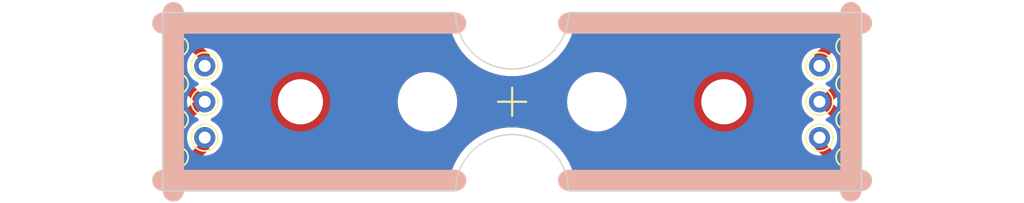
<source format=kicad_pcb>
(kicad_pcb (version 20211014) (generator pcbnew)
  (layers (0 "F.Cu" signal) (31 "B.Cu" signal) (34 "B.Paste" user) (35 "F.Paste" user) (36 "B.SilkS" user "B.Silkscreen") (37 "F.SilkS" user "F.Silkscreen") (38 "B.Mask" user) (39 "F.Mask" user) (44 "Edge.Cuts" user))
  (net 0 "")
  (footprint "TestPoint:TestPoint_Pad_D1.0mm" (layer "F.Cu") (at 148.4 110.24)
    (fp_text reference "REF**" hide)
    (fp_text value "TestPoint_Pad_D1.0mm")
    (fp_circle (center 0 0) (end 0 0.7) (layer "F.SilkS") (width 0.12) (fill none))
    (pad "1" smd circle (at 0 0) (size 1 1) (layers "F.Cu" "F.Mask"))
  )
  (footprint "TestPoint:TestPoint_THTPad_D1.5mm_Drill0.7mm" (layer "F.Cu") (at 102.975 106.32)
    (fp_text reference "REF**" hide)
    (fp_text value "TestPoint_THTPad_D1.5mm_Drill0.7mm")
    (fp_circle (center 0 0) (end 0 0.95) (layer "F.SilkS") (width 0.12) (fill none))
    (pad "1" thru_hole circle (at 0 0) (size 1.5 1.5) (drill 0.85) (layers *.Cu *.Mask))
  )
  (footprint "MountingHoleConnector:MountingHole_3.2mm_M3_10mmx10mm_Pad" (layer "F.Cu") (at 139.75 106.32)
    (fp_text reference "REF**" hide)
    (fp_text value "MountingHole_3.2mm_M3_ISO7380_Pad")
    (pad "" np_thru_hole roundrect (at 0 0) (size 9.75 9.75) (drill 3.2) (layers "F.Cu" "F.Mask"))
  )
  (footprint "TestPoint:TestPoint_Pad_D1.0mm" (layer "F.Cu") (at 148.4 102.4)
    (fp_text reference "REF**" hide)
    (fp_text value "TestPoint_Pad_D1.0mm")
    (fp_circle (center 0 0) (end 0 0.7) (layer "F.SilkS") (width 0.12) (fill none))
    (pad "1" smd circle (at 0 0) (size 1 1) (layers "F.Cu" "F.Mask"))
  )
  (footprint "TestPoint:TestPoint_Pad_D1.0mm" (layer "F.Cu") (at 148.4 107.59)
    (fp_text reference "REF**" hide)
    (fp_text value "TestPoint_Pad_D1.0mm")
    (fp_circle (center 0 0) (end 0 0.7) (layer "F.SilkS") (width 0.12) (fill none))
    (pad "1" smd circle (at 0 0) (size 1 1) (layers "F.Cu" "F.Mask"))
  )
  (footprint "TestPoint:TestPoint_Pad_D1.0mm" (layer "F.Cu") (at 101.1 110.24)
    (fp_text reference "REF**" hide)
    (fp_text value "TestPoint_Pad_D1.0mm")
    (fp_circle (center 0 0) (end 0 0.7) (layer "F.SilkS") (width 0.12) (fill none))
    (pad "1" smd circle (at 0 0) (size 1 1) (layers "F.Cu" "F.Mask"))
  )
  (footprint "TestPoint:TestPoint_THTPad_D1.5mm_Drill0.7mm" (layer "F.Cu") (at 102.975 103.78)
    (fp_text reference "REF**" hide)
    (fp_text value "TestPoint_THTPad_D1.5mm_Drill0.7mm")
    (fp_circle (center 0 0) (end 0 0.95) (layer "F.SilkS") (width 0.12) (fill none))
    (pad "1" thru_hole circle (at 0 0) (size 1.5 1.5) (drill 0.85) (layers *.Cu *.Mask))
  )
  (footprint "TestPoint:TestPoint_Pad_D1.0mm" (layer "F.Cu") (at 101.1 102.4)
    (fp_text reference "REF**" hide)
    (fp_text value "TestPoint_Pad_D1.0mm")
    (fp_circle (center 0 0) (end 0 0.7) (layer "F.SilkS") (width 0.12) (fill none))
    (pad "1" smd circle (at 0 0) (size 1 1) (layers "F.Cu" "F.Mask"))
  )
  (footprint "MountingHole:MountingHole_3.2mm_M3" (layer "F.Cu") (at 130.75 106.32)
    (fp_text reference "REF**" hide)
    (fp_text value "MountingHole_3.2mm_M3")
    (pad "" np_thru_hole circle (at 0 0) (size 3.2 3.2) (drill 3.2) (layers *.Cu *.Mask))
  )
  (footprint "TestPoint:TestPoint_THTPad_D1.5mm_Drill0.7mm" (layer "F.Cu") (at 146.525 103.78)
    (fp_text reference "REF**" hide)
    (fp_text value "TestPoint_THTPad_D1.5mm_Drill0.7mm")
    (fp_circle (center 0 0) (end 0 0.95) (layer "F.SilkS") (width 0.12) (fill none))
    (pad "1" thru_hole circle (at 0 0) (size 1.5 1.5) (drill 0.85) (layers *.Cu *.Mask))
  )
  (footprint "TestPoint:TestPoint_Pad_D1.0mm" (layer "F.Cu") (at 101.1 107.59)
    (fp_text reference "REF**" hide)
    (fp_text value "TestPoint_Pad_D1.0mm")
    (fp_circle (center 0 0) (end 0 0.7) (layer "F.SilkS") (width 0.12) (fill none))
    (pad "1" smd circle (at 0 0) (size 1 1) (layers "F.Cu" "F.Mask"))
  )
  (footprint "MountingHole:MountingHole_3.2mm_M3" (layer "F.Cu") (at 118.75 106.32)
    (fp_text reference "REF**" hide)
    (fp_text value "MountingHole_3.2mm_M3")
    (pad "" np_thru_hole circle (at 0 0) (size 3.2 3.2) (drill 3.2) (layers *.Cu *.Mask))
  )
  (footprint "TestPoint:TestPoint_THTPad_D1.5mm_Drill0.7mm" (layer "F.Cu") (at 102.975 108.86)
    (fp_text reference "REF**" hide)
    (fp_text value "TestPoint_THTPad_D1.5mm_Drill0.7mm")
    (fp_circle (center 0 0) (end 0 0.95) (layer "F.SilkS") (width 0.12) (fill none))
    (pad "1" thru_hole circle (at 0 0) (size 1.5 1.5) (drill 0.85) (layers *.Cu *.Mask))
  )
  (footprint "TestPoint:TestPoint_Pad_D1.0mm" (layer "F.Cu") (at 148.4 105.05)
    (fp_text reference "REF**" hide)
    (fp_text value "TestPoint_Pad_D1.0mm")
    (fp_circle (center 0 0) (end 0 0.7) (layer "F.SilkS") (width 0.12) (fill none))
    (pad "1" smd circle (at 0 0) (size 1 1) (layers "F.Cu" "F.Mask"))
  )
  (footprint "TestPoint:TestPoint_Pad_D1.0mm" (layer "F.Cu") (at 101.1 105.05)
    (fp_text reference "REF**" hide)
    (fp_text value "TestPoint_Pad_D1.0mm")
    (fp_circle (center 0 0) (end 0 0.7) (layer "F.SilkS") (width 0.12) (fill none))
    (pad "1" smd circle (at 0 0) (size 1 1) (layers "F.Cu" "F.Mask"))
  )
  (footprint "TestPoint:TestPoint_THTPad_D1.5mm_Drill0.7mm" (layer "F.Cu") (at 146.525 108.86)
    (fp_text reference "REF**" hide)
    (fp_text value "TestPoint_THTPad_D1.5mm_Drill0.7mm")
    (fp_circle (center 0 0) (end 0 0.95) (layer "F.SilkS") (width 0.12) (fill none))
    (pad "1" thru_hole circle (at 0 0) (size 1.5 1.5) (drill 0.85) (layers *.Cu *.Mask))
  )
  (footprint "MountingHoleConnector:MountingHole_3.2mm_M3_10mmx10mm_Pad" (layer "F.Cu") (at 109.75 106.32)
    (fp_text reference "REF**" hide)
    (fp_text value "MountingHole_3.2mm_M3_ISO7380_Pad")
    (pad "" np_thru_hole roundrect (at 0 0) (size 9.75 9.75) (drill 3.2) (layers "F.Cu" "F.Mask"))
  )
  (footprint "TestPoint:TestPoint_THTPad_D1.5mm_Drill0.7mm" (layer "F.Cu") (at 146.525 106.32)
    (fp_text reference "REF**" hide)
    (fp_text value "TestPoint_THTPad_D1.5mm_Drill0.7mm")
    (fp_circle (center 0 0) (end 0 0.95) (layer "F.SilkS") (width 0.12) (fill none))
    (pad "1" thru_hole circle (at 0 0) (size 1.5 1.5) (drill 0.85) (layers *.Cu *.Mask))
  )
  (gr_line (start 100 111.89) (end 120.75 111.89) (layer "B.SilkS") (width 1.5))
  (gr_line (start 128.75 100.75) (end 149.5 100.75) (layer "B.SilkS") (width 1.5))
  (gr_line (start 148.75 112.64) (end 148.75 100) (layer "B.SilkS") (width 1.5))
  (gr_line (start 100.75 112.64) (end 100.75 100) (layer "B.SilkS") (width 1.5))
  (gr_line (start 100 100.75) (end 120.75 100.75) (layer "B.SilkS") (width 1.5))
  (gr_line (start 128.75 111.89) (end 149.5 111.89) (layer "B.SilkS") (width 1.5))
  (gr_line (start 139.75 111.84) (end 139.75 112.44) (layer "F.SilkS") (width 0.15))
  (gr_line (start 100 111.32) (end 120.75 111.32) (layer "F.SilkS") (width 0.15))
  (gr_line (start 109.75 100.2) (end 109.75 100.8) (layer "F.SilkS") (width 0.15))
  (gr_line (start 123.75 106.32) (end 125.75 106.32) (layer "F.SilkS") (width 0.15))
  (gr_line (start 124.75 105.32) (end 124.75 107.32) (layer "F.SilkS") (width 0.15))
  (gr_line (start 139.75 100.2) (end 139.75 100.8) (layer "F.SilkS") (width 0.15))
  (gr_line (start 109.75 111.84) (end 109.75 112.44) (layer "F.SilkS") (width 0.15))
  (gr_line (start 100 101.32) (end 120.75 101.32) (layer "F.SilkS") (width 0.15))
  (gr_line (start 128.75 101.32) (end 149.5 101.32) (layer "F.SilkS") (width 0.15))
  (gr_line (start 128.75 111.32) (end 149.5 111.32) (layer "F.SilkS") (width 0.15))
  (gr_arc (start 128.75 100) (mid 124.75 104) (end 120.75 100) (layer "Edge.Cuts") (width 0.1))
  (gr_line (start 128.75 100) (end 149.5 100) (layer "Edge.Cuts") (width 0.1))
  (gr_line (start 100 100) (end 120.75 100) (layer "Edge.Cuts") (width 0.1))
  (gr_line (start 100 112.64) (end 120.75 112.64) (layer "Edge.Cuts") (width 0.1))
  (gr_line (start 128.75 112.64) (end 149.5 112.64) (layer "Edge.Cuts") (width 0.1))
  (gr_line (start 149.5 100) (end 149.5 112.64) (layer "Edge.Cuts") (width 0.1))
  (gr_arc (start 120.75 112.64) (mid 124.75 108.64) (end 128.75 112.64) (layer "Edge.Cuts") (width 0.1))
  (gr_line (start 100 100) (end 100 112.64) (layer "Edge.Cuts") (width 0.1))
  (segment (start 101.1 107.59) (end 101.4515 107.59) (width 0.75) (layer "F.Cu") (net 0))
  (segment (start 146.558 106.2736) (end 146.9136 106.2736) (width 0.75) (layer "F.Cu") (net 0))
  (segment (start 101.4515 107.59) (end 102.7215 106.32) (width 0.75) (layer "F.Cu") (net 0))
  (segment (start 147.282 102.4) (end 148.3868 102.4) (width 0.75) (layer "F.Cu") (net 0))
  (segment (start 101.2444 110.236) (end 102.2096 110.236) (width 0.75) (layer "F.Cu") (net 0))
  (segment (start 148.3868 102.4) (end 148.4 102.4) (width 0.2) (layer "F.Cu") (net 0))
  (segment (start 102.9208 109.5248) (end 102.9208 108.8136) (width 0.75) (layer "F.Cu") (net 0))
  (segment (start 146.525 103.157) (end 147.282 102.4) (width 0.75) (layer "F.Cu") (net 0))
  (segment (start 102.2476 102.4) (end 102.975 103.1274) (width 0.75) (layer "F.Cu") (net 0))
  (segment (start 146.525 106.32) (end 146.8076 106.32) (width 0.75) (layer "F.Cu") (net 0))
  (segment (start 101.1936 102.4) (end 102.2476 102.4) (width 0.75) (layer "F.Cu") (net 0))
  (segment (start 102.2096 110.236) (end 102.9208 109.5248) (width 0.75) (layer "F.Cu") (net 0))
  (segment (start 146.8076 106.32) (end 148.0776 107.59) (width 0.75) (layer "F.Cu") (net 0))
  (segment (start 102.975 103.1274) (end 102.975 103.78) (width 0.75) (layer "F.Cu") (net 0))
  (segment (start 146.9136 106.2736) (end 148.1372 105.05) (width 0.75) (layer "F.Cu") (net 0))
  (segment (start 101.494 105.05) (end 102.764 106.32) (width 0.75) (layer "F.Cu") (net 0))
  (segment (start 146.525 103.78) (end 146.525 103.157) (width 0.75) (layer "F.Cu") (net 0))
  (segment (start 146.525 109.3902) (end 147.3748 110.24) (width 0.75) (layer "F.Cu") (net 0))
  (segment (start 148.336 107.59) (end 148.4 107.59) (width 0.2) (layer "F.Cu") (net 0))
  (segment (start 148.1372 105.05) (end 148.4 105.05) (width 0.2) (layer "F.Cu") (net 0))
  (segment (start 102.7215 106.32) (end 102.975 106.32) (width 0.75) (layer "F.Cu") (net 0))
  (segment (start 147.3748 110.24) (end 148.1836 110.24) (width 0.75) (layer "F.Cu") (net 0))
  (segment (start 102.764 106.32) (end 102.975 106.32) (width 0.75) (layer "F.Cu") (net 0))
  (segment (start 148.0776 107.59) (end 148.336 107.59) (width 0.75) (layer "F.Cu") (net 0))
  (segment (start 146.525 108.86) (end 146.525 109.3902) (width 0.75) (layer "F.Cu") (net 0))
  (segment (start 101.1 105.05) (end 101.494 105.05) (width 0.75) (layer "F.Cu") (net 0))
  (zone (net 0) (net_name "") (layers F&B.Cu) (connect_pads (clearance 0.508)) (min_thickness 0.254) (fill yes (thermal_gap 0.508) (thermal_bridge_width 0.508))
    (polygon (pts (xy 152.4508 113.4364) (xy 97.79 113.4872) (xy 97.7392 99.1616) (xy 152.2984 99.1108)))
  )
)
</source>
